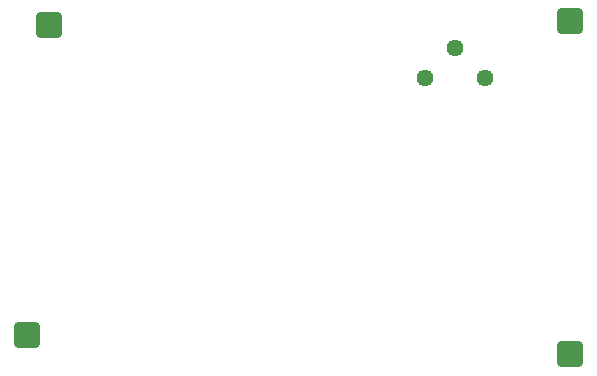
<source format=gbr>
%TF.GenerationSoftware,KiCad,Pcbnew,9.0.3*%
%TF.CreationDate,2025-07-23T14:40:10+05:30*%
%TF.ProjectId,buck_converter,6275636b-5f63-46f6-9e76-65727465722e,rev?*%
%TF.SameCoordinates,Original*%
%TF.FileFunction,Soldermask,Bot*%
%TF.FilePolarity,Negative*%
%FSLAX46Y46*%
G04 Gerber Fmt 4.6, Leading zero omitted, Abs format (unit mm)*
G04 Created by KiCad (PCBNEW 9.0.3) date 2025-07-23 14:40:10*
%MOMM*%
%LPD*%
G01*
G04 APERTURE LIST*
G04 Aperture macros list*
%AMRoundRect*
0 Rectangle with rounded corners*
0 $1 Rounding radius*
0 $2 $3 $4 $5 $6 $7 $8 $9 X,Y pos of 4 corners*
0 Add a 4 corners polygon primitive as box body*
4,1,4,$2,$3,$4,$5,$6,$7,$8,$9,$2,$3,0*
0 Add four circle primitives for the rounded corners*
1,1,$1+$1,$2,$3*
1,1,$1+$1,$4,$5*
1,1,$1+$1,$6,$7*
1,1,$1+$1,$8,$9*
0 Add four rect primitives between the rounded corners*
20,1,$1+$1,$2,$3,$4,$5,0*
20,1,$1+$1,$4,$5,$6,$7,0*
20,1,$1+$1,$6,$7,$8,$9,0*
20,1,$1+$1,$8,$9,$2,$3,0*%
G04 Aperture macros list end*
%ADD10C,1.440000*%
%ADD11RoundRect,0.250000X-0.825000X-0.825000X0.825000X-0.825000X0.825000X0.825000X-0.825000X0.825000X0*%
G04 APERTURE END LIST*
D10*
%TO.C,RV1*%
X118220000Y-73100000D03*
X120760000Y-70560000D03*
X123300000Y-73100000D03*
%TD*%
D11*
%TO.C,J4*%
X130500000Y-96500000D03*
%TD*%
%TO.C,J3*%
X130500000Y-68300000D03*
%TD*%
%TO.C,J2*%
X84500000Y-94900000D03*
%TD*%
%TO.C,J1*%
X86400000Y-68600000D03*
%TD*%
M02*

</source>
